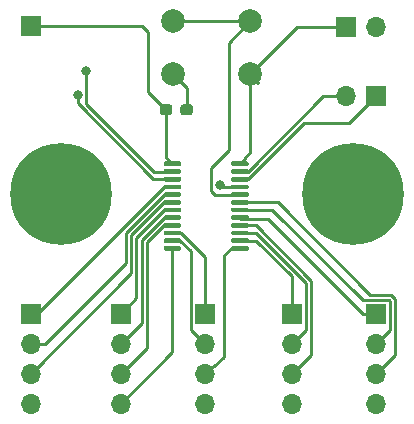
<source format=gbr>
%TF.GenerationSoftware,KiCad,Pcbnew,(5.1.6)-1*%
%TF.CreationDate,2020-09-04T22:07:04+02:00*%
%TF.ProjectId,gpioexpander,6770696f-6578-4706-916e-6465722e6b69,rev?*%
%TF.SameCoordinates,Original*%
%TF.FileFunction,Copper,L1,Top*%
%TF.FilePolarity,Positive*%
%FSLAX46Y46*%
G04 Gerber Fmt 4.6, Leading zero omitted, Abs format (unit mm)*
G04 Created by KiCad (PCBNEW (5.1.6)-1) date 2020-09-04 22:07:04*
%MOMM*%
%LPD*%
G01*
G04 APERTURE LIST*
%TA.AperFunction,ComponentPad*%
%ADD10C,0.900000*%
%TD*%
%TA.AperFunction,ComponentPad*%
%ADD11C,8.600000*%
%TD*%
%TA.AperFunction,ComponentPad*%
%ADD12R,1.700000X1.700000*%
%TD*%
%TA.AperFunction,ComponentPad*%
%ADD13O,1.700000X1.700000*%
%TD*%
%TA.AperFunction,ComponentPad*%
%ADD14C,2.000000*%
%TD*%
%TA.AperFunction,ViaPad*%
%ADD15C,0.800000*%
%TD*%
%TA.AperFunction,Conductor*%
%ADD16C,0.250000*%
%TD*%
G04 APERTURE END LIST*
%TO.P,U1,24*%
%TO.N,+3V3*%
%TA.AperFunction,SMDPad,CuDef*%
G36*
G01*
X122394000Y-69950000D02*
X122394000Y-69750000D01*
G75*
G02*
X122494000Y-69650000I100000J0D01*
G01*
X123769000Y-69650000D01*
G75*
G02*
X123869000Y-69750000I0J-100000D01*
G01*
X123869000Y-69950000D01*
G75*
G02*
X123769000Y-70050000I-100000J0D01*
G01*
X122494000Y-70050000D01*
G75*
G02*
X122394000Y-69950000I0J100000D01*
G01*
G37*
%TD.AperFunction*%
%TO.P,U1,23*%
%TO.N,Net-(J2-Pad2)*%
%TA.AperFunction,SMDPad,CuDef*%
G36*
G01*
X122394000Y-70600000D02*
X122394000Y-70400000D01*
G75*
G02*
X122494000Y-70300000I100000J0D01*
G01*
X123769000Y-70300000D01*
G75*
G02*
X123869000Y-70400000I0J-100000D01*
G01*
X123869000Y-70600000D01*
G75*
G02*
X123769000Y-70700000I-100000J0D01*
G01*
X122494000Y-70700000D01*
G75*
G02*
X122394000Y-70600000I0J100000D01*
G01*
G37*
%TD.AperFunction*%
%TO.P,U1,22*%
%TO.N,Net-(J2-Pad1)*%
%TA.AperFunction,SMDPad,CuDef*%
G36*
G01*
X122394000Y-71250000D02*
X122394000Y-71050000D01*
G75*
G02*
X122494000Y-70950000I100000J0D01*
G01*
X123769000Y-70950000D01*
G75*
G02*
X123869000Y-71050000I0J-100000D01*
G01*
X123869000Y-71250000D01*
G75*
G02*
X123769000Y-71350000I-100000J0D01*
G01*
X122494000Y-71350000D01*
G75*
G02*
X122394000Y-71250000I0J100000D01*
G01*
G37*
%TD.AperFunction*%
%TO.P,U1,21*%
%TO.N,/A0*%
%TA.AperFunction,SMDPad,CuDef*%
G36*
G01*
X122394000Y-71900000D02*
X122394000Y-71700000D01*
G75*
G02*
X122494000Y-71600000I100000J0D01*
G01*
X123769000Y-71600000D01*
G75*
G02*
X123869000Y-71700000I0J-100000D01*
G01*
X123869000Y-71900000D01*
G75*
G02*
X123769000Y-72000000I-100000J0D01*
G01*
X122494000Y-72000000D01*
G75*
G02*
X122394000Y-71900000I0J100000D01*
G01*
G37*
%TD.AperFunction*%
%TO.P,U1,20*%
%TO.N,Net-(R1-Pad1)*%
%TA.AperFunction,SMDPad,CuDef*%
G36*
G01*
X122394000Y-72550000D02*
X122394000Y-72350000D01*
G75*
G02*
X122494000Y-72250000I100000J0D01*
G01*
X123769000Y-72250000D01*
G75*
G02*
X123869000Y-72350000I0J-100000D01*
G01*
X123869000Y-72550000D01*
G75*
G02*
X123769000Y-72650000I-100000J0D01*
G01*
X122494000Y-72650000D01*
G75*
G02*
X122394000Y-72550000I0J100000D01*
G01*
G37*
%TD.AperFunction*%
%TO.P,U1,19*%
%TO.N,Net-(J7-Pad3)*%
%TA.AperFunction,SMDPad,CuDef*%
G36*
G01*
X122394000Y-73200000D02*
X122394000Y-73000000D01*
G75*
G02*
X122494000Y-72900000I100000J0D01*
G01*
X123769000Y-72900000D01*
G75*
G02*
X123869000Y-73000000I0J-100000D01*
G01*
X123869000Y-73200000D01*
G75*
G02*
X123769000Y-73300000I-100000J0D01*
G01*
X122494000Y-73300000D01*
G75*
G02*
X122394000Y-73200000I0J100000D01*
G01*
G37*
%TD.AperFunction*%
%TO.P,U1,18*%
%TO.N,Net-(J7-Pad2)*%
%TA.AperFunction,SMDPad,CuDef*%
G36*
G01*
X122394000Y-73850000D02*
X122394000Y-73650000D01*
G75*
G02*
X122494000Y-73550000I100000J0D01*
G01*
X123769000Y-73550000D01*
G75*
G02*
X123869000Y-73650000I0J-100000D01*
G01*
X123869000Y-73850000D01*
G75*
G02*
X123769000Y-73950000I-100000J0D01*
G01*
X122494000Y-73950000D01*
G75*
G02*
X122394000Y-73850000I0J100000D01*
G01*
G37*
%TD.AperFunction*%
%TO.P,U1,17*%
%TO.N,Net-(J7-Pad1)*%
%TA.AperFunction,SMDPad,CuDef*%
G36*
G01*
X122394000Y-74500000D02*
X122394000Y-74300000D01*
G75*
G02*
X122494000Y-74200000I100000J0D01*
G01*
X123769000Y-74200000D01*
G75*
G02*
X123869000Y-74300000I0J-100000D01*
G01*
X123869000Y-74500000D01*
G75*
G02*
X123769000Y-74600000I-100000J0D01*
G01*
X122494000Y-74600000D01*
G75*
G02*
X122394000Y-74500000I0J100000D01*
G01*
G37*
%TD.AperFunction*%
%TO.P,U1,16*%
%TO.N,Net-(J6-Pad3)*%
%TA.AperFunction,SMDPad,CuDef*%
G36*
G01*
X122394000Y-75150000D02*
X122394000Y-74950000D01*
G75*
G02*
X122494000Y-74850000I100000J0D01*
G01*
X123769000Y-74850000D01*
G75*
G02*
X123869000Y-74950000I0J-100000D01*
G01*
X123869000Y-75150000D01*
G75*
G02*
X123769000Y-75250000I-100000J0D01*
G01*
X122494000Y-75250000D01*
G75*
G02*
X122394000Y-75150000I0J100000D01*
G01*
G37*
%TD.AperFunction*%
%TO.P,U1,15*%
%TO.N,Net-(J6-Pad2)*%
%TA.AperFunction,SMDPad,CuDef*%
G36*
G01*
X122394000Y-75800000D02*
X122394000Y-75600000D01*
G75*
G02*
X122494000Y-75500000I100000J0D01*
G01*
X123769000Y-75500000D01*
G75*
G02*
X123869000Y-75600000I0J-100000D01*
G01*
X123869000Y-75800000D01*
G75*
G02*
X123769000Y-75900000I-100000J0D01*
G01*
X122494000Y-75900000D01*
G75*
G02*
X122394000Y-75800000I0J100000D01*
G01*
G37*
%TD.AperFunction*%
%TO.P,U1,14*%
%TO.N,Net-(J6-Pad1)*%
%TA.AperFunction,SMDPad,CuDef*%
G36*
G01*
X122394000Y-76450000D02*
X122394000Y-76250000D01*
G75*
G02*
X122494000Y-76150000I100000J0D01*
G01*
X123769000Y-76150000D01*
G75*
G02*
X123869000Y-76250000I0J-100000D01*
G01*
X123869000Y-76450000D01*
G75*
G02*
X123769000Y-76550000I-100000J0D01*
G01*
X122494000Y-76550000D01*
G75*
G02*
X122394000Y-76450000I0J100000D01*
G01*
G37*
%TD.AperFunction*%
%TO.P,U1,13*%
%TO.N,Net-(J5-Pad3)*%
%TA.AperFunction,SMDPad,CuDef*%
G36*
G01*
X122394000Y-77100000D02*
X122394000Y-76900000D01*
G75*
G02*
X122494000Y-76800000I100000J0D01*
G01*
X123769000Y-76800000D01*
G75*
G02*
X123869000Y-76900000I0J-100000D01*
G01*
X123869000Y-77100000D01*
G75*
G02*
X123769000Y-77200000I-100000J0D01*
G01*
X122494000Y-77200000D01*
G75*
G02*
X122394000Y-77100000I0J100000D01*
G01*
G37*
%TD.AperFunction*%
%TO.P,U1,12*%
%TO.N,GND*%
%TA.AperFunction,SMDPad,CuDef*%
G36*
G01*
X116669000Y-77100000D02*
X116669000Y-76900000D01*
G75*
G02*
X116769000Y-76800000I100000J0D01*
G01*
X118044000Y-76800000D01*
G75*
G02*
X118144000Y-76900000I0J-100000D01*
G01*
X118144000Y-77100000D01*
G75*
G02*
X118044000Y-77200000I-100000J0D01*
G01*
X116769000Y-77200000D01*
G75*
G02*
X116669000Y-77100000I0J100000D01*
G01*
G37*
%TD.AperFunction*%
%TO.P,U1,11*%
%TO.N,Net-(J5-Pad2)*%
%TA.AperFunction,SMDPad,CuDef*%
G36*
G01*
X116669000Y-76450000D02*
X116669000Y-76250000D01*
G75*
G02*
X116769000Y-76150000I100000J0D01*
G01*
X118044000Y-76150000D01*
G75*
G02*
X118144000Y-76250000I0J-100000D01*
G01*
X118144000Y-76450000D01*
G75*
G02*
X118044000Y-76550000I-100000J0D01*
G01*
X116769000Y-76550000D01*
G75*
G02*
X116669000Y-76450000I0J100000D01*
G01*
G37*
%TD.AperFunction*%
%TO.P,U1,10*%
%TO.N,Net-(J5-Pad1)*%
%TA.AperFunction,SMDPad,CuDef*%
G36*
G01*
X116669000Y-75800000D02*
X116669000Y-75600000D01*
G75*
G02*
X116769000Y-75500000I100000J0D01*
G01*
X118044000Y-75500000D01*
G75*
G02*
X118144000Y-75600000I0J-100000D01*
G01*
X118144000Y-75800000D01*
G75*
G02*
X118044000Y-75900000I-100000J0D01*
G01*
X116769000Y-75900000D01*
G75*
G02*
X116669000Y-75800000I0J100000D01*
G01*
G37*
%TD.AperFunction*%
%TO.P,U1,9*%
%TO.N,Net-(J4-Pad3)*%
%TA.AperFunction,SMDPad,CuDef*%
G36*
G01*
X116669000Y-75150000D02*
X116669000Y-74950000D01*
G75*
G02*
X116769000Y-74850000I100000J0D01*
G01*
X118044000Y-74850000D01*
G75*
G02*
X118144000Y-74950000I0J-100000D01*
G01*
X118144000Y-75150000D01*
G75*
G02*
X118044000Y-75250000I-100000J0D01*
G01*
X116769000Y-75250000D01*
G75*
G02*
X116669000Y-75150000I0J100000D01*
G01*
G37*
%TD.AperFunction*%
%TO.P,U1,8*%
%TO.N,Net-(J4-Pad2)*%
%TA.AperFunction,SMDPad,CuDef*%
G36*
G01*
X116669000Y-74500000D02*
X116669000Y-74300000D01*
G75*
G02*
X116769000Y-74200000I100000J0D01*
G01*
X118044000Y-74200000D01*
G75*
G02*
X118144000Y-74300000I0J-100000D01*
G01*
X118144000Y-74500000D01*
G75*
G02*
X118044000Y-74600000I-100000J0D01*
G01*
X116769000Y-74600000D01*
G75*
G02*
X116669000Y-74500000I0J100000D01*
G01*
G37*
%TD.AperFunction*%
%TO.P,U1,7*%
%TO.N,Net-(J4-Pad1)*%
%TA.AperFunction,SMDPad,CuDef*%
G36*
G01*
X116669000Y-73850000D02*
X116669000Y-73650000D01*
G75*
G02*
X116769000Y-73550000I100000J0D01*
G01*
X118044000Y-73550000D01*
G75*
G02*
X118144000Y-73650000I0J-100000D01*
G01*
X118144000Y-73850000D01*
G75*
G02*
X118044000Y-73950000I-100000J0D01*
G01*
X116769000Y-73950000D01*
G75*
G02*
X116669000Y-73850000I0J100000D01*
G01*
G37*
%TD.AperFunction*%
%TO.P,U1,6*%
%TO.N,Net-(J3-Pad3)*%
%TA.AperFunction,SMDPad,CuDef*%
G36*
G01*
X116669000Y-73200000D02*
X116669000Y-73000000D01*
G75*
G02*
X116769000Y-72900000I100000J0D01*
G01*
X118044000Y-72900000D01*
G75*
G02*
X118144000Y-73000000I0J-100000D01*
G01*
X118144000Y-73200000D01*
G75*
G02*
X118044000Y-73300000I-100000J0D01*
G01*
X116769000Y-73300000D01*
G75*
G02*
X116669000Y-73200000I0J100000D01*
G01*
G37*
%TD.AperFunction*%
%TO.P,U1,5*%
%TO.N,Net-(J3-Pad2)*%
%TA.AperFunction,SMDPad,CuDef*%
G36*
G01*
X116669000Y-72550000D02*
X116669000Y-72350000D01*
G75*
G02*
X116769000Y-72250000I100000J0D01*
G01*
X118044000Y-72250000D01*
G75*
G02*
X118144000Y-72350000I0J-100000D01*
G01*
X118144000Y-72550000D01*
G75*
G02*
X118044000Y-72650000I-100000J0D01*
G01*
X116769000Y-72650000D01*
G75*
G02*
X116669000Y-72550000I0J100000D01*
G01*
G37*
%TD.AperFunction*%
%TO.P,U1,4*%
%TO.N,Net-(J3-Pad1)*%
%TA.AperFunction,SMDPad,CuDef*%
G36*
G01*
X116669000Y-71900000D02*
X116669000Y-71700000D01*
G75*
G02*
X116769000Y-71600000I100000J0D01*
G01*
X118044000Y-71600000D01*
G75*
G02*
X118144000Y-71700000I0J-100000D01*
G01*
X118144000Y-71900000D01*
G75*
G02*
X118044000Y-72000000I-100000J0D01*
G01*
X116769000Y-72000000D01*
G75*
G02*
X116669000Y-71900000I0J100000D01*
G01*
G37*
%TD.AperFunction*%
%TO.P,U1,3*%
%TO.N,/A2*%
%TA.AperFunction,SMDPad,CuDef*%
G36*
G01*
X116669000Y-71250000D02*
X116669000Y-71050000D01*
G75*
G02*
X116769000Y-70950000I100000J0D01*
G01*
X118044000Y-70950000D01*
G75*
G02*
X118144000Y-71050000I0J-100000D01*
G01*
X118144000Y-71250000D01*
G75*
G02*
X118044000Y-71350000I-100000J0D01*
G01*
X116769000Y-71350000D01*
G75*
G02*
X116669000Y-71250000I0J100000D01*
G01*
G37*
%TD.AperFunction*%
%TO.P,U1,2*%
%TO.N,/A1*%
%TA.AperFunction,SMDPad,CuDef*%
G36*
G01*
X116669000Y-70600000D02*
X116669000Y-70400000D01*
G75*
G02*
X116769000Y-70300000I100000J0D01*
G01*
X118044000Y-70300000D01*
G75*
G02*
X118144000Y-70400000I0J-100000D01*
G01*
X118144000Y-70600000D01*
G75*
G02*
X118044000Y-70700000I-100000J0D01*
G01*
X116769000Y-70700000D01*
G75*
G02*
X116669000Y-70600000I0J100000D01*
G01*
G37*
%TD.AperFunction*%
%TO.P,U1,1*%
%TO.N,Net-(J8-Pad1)*%
%TA.AperFunction,SMDPad,CuDef*%
G36*
G01*
X116669000Y-69950000D02*
X116669000Y-69750000D01*
G75*
G02*
X116769000Y-69650000I100000J0D01*
G01*
X118044000Y-69650000D01*
G75*
G02*
X118144000Y-69750000I0J-100000D01*
G01*
X118144000Y-69950000D01*
G75*
G02*
X118044000Y-70050000I-100000J0D01*
G01*
X116769000Y-70050000D01*
G75*
G02*
X116669000Y-69950000I0J100000D01*
G01*
G37*
%TD.AperFunction*%
%TD*%
D10*
%TO.P,H2,1*%
%TO.N,GND*%
X110230419Y-70109581D03*
X107950000Y-69165000D03*
X105669581Y-70109581D03*
X104725000Y-72390000D03*
X105669581Y-74670419D03*
X107950000Y-75615000D03*
X110230419Y-74670419D03*
X111175000Y-72390000D03*
D11*
X107950000Y-72390000D03*
%TD*%
D10*
%TO.P,H1,1*%
%TO.N,GND*%
X134995419Y-70109581D03*
X132715000Y-69165000D03*
X130434581Y-70109581D03*
X129490000Y-72390000D03*
X130434581Y-74670419D03*
X132715000Y-75615000D03*
X134995419Y-74670419D03*
X135940000Y-72390000D03*
D11*
X132715000Y-72390000D03*
%TD*%
%TO.P,R2,2*%
%TO.N,+3V3*%
%TA.AperFunction,SMDPad,CuDef*%
G36*
G01*
X118093000Y-65515500D02*
X118093000Y-65040500D01*
G75*
G02*
X118330500Y-64803000I237500J0D01*
G01*
X118905500Y-64803000D01*
G75*
G02*
X119143000Y-65040500I0J-237500D01*
G01*
X119143000Y-65515500D01*
G75*
G02*
X118905500Y-65753000I-237500J0D01*
G01*
X118330500Y-65753000D01*
G75*
G02*
X118093000Y-65515500I0J237500D01*
G01*
G37*
%TD.AperFunction*%
%TO.P,R2,1*%
%TO.N,Net-(J8-Pad1)*%
%TA.AperFunction,SMDPad,CuDef*%
G36*
G01*
X116343000Y-65515500D02*
X116343000Y-65040500D01*
G75*
G02*
X116580500Y-64803000I237500J0D01*
G01*
X117155500Y-64803000D01*
G75*
G02*
X117393000Y-65040500I0J-237500D01*
G01*
X117393000Y-65515500D01*
G75*
G02*
X117155500Y-65753000I-237500J0D01*
G01*
X116580500Y-65753000D01*
G75*
G02*
X116343000Y-65515500I0J237500D01*
G01*
G37*
%TD.AperFunction*%
%TD*%
D12*
%TO.P,J8,1*%
%TO.N,Net-(J8-Pad1)*%
X105410000Y-58166000D03*
%TD*%
D13*
%TO.P,J1,2*%
%TO.N,GND*%
X134620000Y-58293000D03*
D12*
%TO.P,J1,1*%
%TO.N,+3V3*%
X132080000Y-58293000D03*
%TD*%
D14*
%TO.P,SW1,1*%
%TO.N,Net-(R1-Pad1)*%
X123975000Y-57785000D03*
%TO.P,SW1,2*%
%TO.N,+3V3*%
X123975000Y-62285000D03*
%TO.P,SW1,1*%
%TO.N,Net-(R1-Pad1)*%
X117475000Y-57785000D03*
%TO.P,SW1,2*%
%TO.N,+3V3*%
X117475000Y-62285000D03*
%TD*%
D13*
%TO.P,J7,4*%
%TO.N,GND*%
X134620000Y-90170000D03*
%TO.P,J7,3*%
%TO.N,Net-(J7-Pad3)*%
X134620000Y-87630000D03*
%TO.P,J7,2*%
%TO.N,Net-(J7-Pad2)*%
X134620000Y-85090000D03*
D12*
%TO.P,J7,1*%
%TO.N,Net-(J7-Pad1)*%
X134620000Y-82550000D03*
%TD*%
D13*
%TO.P,J6,4*%
%TO.N,GND*%
X127508000Y-90170000D03*
%TO.P,J6,3*%
%TO.N,Net-(J6-Pad3)*%
X127508000Y-87630000D03*
%TO.P,J6,2*%
%TO.N,Net-(J6-Pad2)*%
X127508000Y-85090000D03*
D12*
%TO.P,J6,1*%
%TO.N,Net-(J6-Pad1)*%
X127508000Y-82550000D03*
%TD*%
D13*
%TO.P,J5,4*%
%TO.N,GND*%
X120142000Y-90170000D03*
%TO.P,J5,3*%
%TO.N,Net-(J5-Pad3)*%
X120142000Y-87630000D03*
%TO.P,J5,2*%
%TO.N,Net-(J5-Pad2)*%
X120142000Y-85090000D03*
D12*
%TO.P,J5,1*%
%TO.N,Net-(J5-Pad1)*%
X120142000Y-82550000D03*
%TD*%
D13*
%TO.P,J4,4*%
%TO.N,GND*%
X113030000Y-90170000D03*
%TO.P,J4,3*%
%TO.N,Net-(J4-Pad3)*%
X113030000Y-87630000D03*
%TO.P,J4,2*%
%TO.N,Net-(J4-Pad2)*%
X113030000Y-85090000D03*
D12*
%TO.P,J4,1*%
%TO.N,Net-(J4-Pad1)*%
X113030000Y-82550000D03*
%TD*%
D13*
%TO.P,J3,4*%
%TO.N,GND*%
X105410000Y-90170000D03*
%TO.P,J3,3*%
%TO.N,Net-(J3-Pad3)*%
X105410000Y-87630000D03*
%TO.P,J3,2*%
%TO.N,Net-(J3-Pad2)*%
X105410000Y-85090000D03*
D12*
%TO.P,J3,1*%
%TO.N,Net-(J3-Pad1)*%
X105410000Y-82550000D03*
%TD*%
D13*
%TO.P,J2,2*%
%TO.N,Net-(J2-Pad2)*%
X132080000Y-64135000D03*
D12*
%TO.P,J2,1*%
%TO.N,Net-(J2-Pad1)*%
X134620000Y-64135000D03*
%TD*%
D15*
%TO.N,/A0*%
X121412000Y-71664990D03*
%TO.N,/A2*%
X109383990Y-64008000D03*
%TO.N,/A1*%
X110109000Y-61976000D03*
%TD*%
D16*
%TO.N,+3V3*%
X124675000Y-62985000D02*
X123975000Y-62285000D01*
X127967000Y-58293000D02*
X123975000Y-62285000D01*
X132334000Y-58293000D02*
X127967000Y-58293000D01*
X123975000Y-68834000D02*
X123131500Y-69850000D01*
X123975000Y-62285000D02*
X123975000Y-68834000D01*
X118618000Y-63428000D02*
X117475000Y-62285000D01*
X118618000Y-65278000D02*
X118618000Y-63428000D01*
%TO.N,Net-(J2-Pad2)*%
X123820058Y-70500000D02*
X123131500Y-70500000D01*
X132080000Y-64135000D02*
X130185058Y-64135000D01*
X130185058Y-64135000D02*
X123820058Y-70500000D01*
%TO.N,Net-(J2-Pad1)*%
X134620000Y-64135000D02*
X132334000Y-66421000D01*
X123820058Y-71150000D02*
X123131500Y-71150000D01*
X128549058Y-66421000D02*
X123820058Y-71150000D01*
X132334000Y-66421000D02*
X128549058Y-66421000D01*
%TO.N,GND*%
X117406500Y-85793500D02*
X113030000Y-90170000D01*
X117406500Y-77000000D02*
X117406500Y-85793500D01*
%TO.N,Net-(R1-Pad1)*%
X117475000Y-57785000D02*
X123975000Y-57785000D01*
X122234000Y-72450000D02*
X123131500Y-72450000D01*
X122167000Y-72517000D02*
X122234000Y-72450000D01*
X122174000Y-59586000D02*
X122174000Y-68707000D01*
X120650000Y-70231000D02*
X120650000Y-72136000D01*
X122174000Y-68707000D02*
X120650000Y-70231000D01*
X121031000Y-72517000D02*
X122167000Y-72517000D01*
X123975000Y-57785000D02*
X122174000Y-59586000D01*
X120650000Y-72136000D02*
X121031000Y-72517000D01*
%TO.N,Net-(J7-Pad3)*%
X136245011Y-86004989D02*
X134620000Y-87630000D01*
X136245011Y-81253599D02*
X136245011Y-86004989D01*
X135916402Y-80924990D02*
X136245011Y-81253599D01*
X134137989Y-80924989D02*
X135916402Y-80924990D01*
X126313000Y-73100000D02*
X134137989Y-80924989D01*
X123131500Y-73100000D02*
X126313000Y-73100000D01*
%TO.N,Net-(J7-Pad2)*%
X135795001Y-83914999D02*
X134620000Y-85090000D01*
X135795001Y-81439999D02*
X135795001Y-83914999D01*
X135730001Y-81374999D02*
X135795001Y-81439999D01*
X125885000Y-73750000D02*
X133509999Y-81374999D01*
X133509999Y-81374999D02*
X135730001Y-81374999D01*
X123131500Y-73750000D02*
X125885000Y-73750000D01*
%TO.N,Net-(J7-Pad1)*%
X133520000Y-82550000D02*
X134620000Y-82550000D01*
X125494990Y-74524990D02*
X133520000Y-82550000D01*
X123165990Y-74524990D02*
X125494990Y-74524990D01*
X123131500Y-74490500D02*
X123165990Y-74524990D01*
X123131500Y-74400000D02*
X123131500Y-74490500D01*
%TO.N,Net-(J6-Pad3)*%
X129133011Y-86004989D02*
X127508000Y-87630000D01*
X129133011Y-79727191D02*
X129133011Y-86004989D01*
X124455820Y-75050000D02*
X129133011Y-79727191D01*
X123131500Y-75050000D02*
X124455820Y-75050000D01*
%TO.N,Net-(J6-Pad2)*%
X124469410Y-75700000D02*
X123131500Y-75700000D01*
X128683001Y-79913591D02*
X124469410Y-75700000D01*
X128683001Y-83914999D02*
X128683001Y-79913591D01*
X127508000Y-85090000D02*
X128683001Y-83914999D01*
%TO.N,Net-(J6-Pad1)*%
X123131500Y-76350000D02*
X124483000Y-76350000D01*
X127508000Y-79375000D02*
X127508000Y-82550000D01*
X124483000Y-76350000D02*
X127508000Y-79375000D01*
%TO.N,Net-(J5-Pad3)*%
X121793000Y-77597000D02*
X122382127Y-77043127D01*
X120142000Y-87630000D02*
X121793000Y-86233000D01*
X122382127Y-77043127D02*
X123131500Y-77000000D01*
X121793000Y-86233000D02*
X121793000Y-77597000D01*
%TO.N,Net-(J5-Pad2)*%
X117406500Y-76350000D02*
X116840000Y-76350000D01*
X118966999Y-83914999D02*
X120142000Y-85090000D01*
X118966999Y-77221941D02*
X118966999Y-83914999D01*
X118095058Y-76350000D02*
X118966999Y-77221941D01*
X117406500Y-76350000D02*
X118095058Y-76350000D01*
%TO.N,Net-(J5-Pad1)*%
X120142000Y-77698000D02*
X120142000Y-82550000D01*
X118144000Y-75700000D02*
X120142000Y-77698000D01*
X117406500Y-75700000D02*
X118144000Y-75700000D01*
%TO.N,Net-(J4-Pad3)*%
X115258010Y-76460990D02*
X115258010Y-85401990D01*
X115258010Y-85401990D02*
X113030000Y-87630000D01*
X116669000Y-75050000D02*
X115258010Y-76460990D01*
X117406500Y-75050000D02*
X116669000Y-75050000D01*
%TO.N,Net-(J4-Pad2)*%
X116682590Y-74400000D02*
X117406500Y-74400000D01*
X114808000Y-83312000D02*
X114808001Y-76274589D01*
X114808001Y-76274589D02*
X116682590Y-74400000D01*
X113030000Y-85090000D02*
X114808000Y-83312000D01*
%TO.N,Net-(J4-Pad1)*%
X114357983Y-76088197D02*
X116696180Y-73750000D01*
X116696180Y-73750000D02*
X117406500Y-73750000D01*
X114357983Y-81222017D02*
X114357983Y-76088197D01*
X113030000Y-82550000D02*
X114357983Y-81222017D01*
%TO.N,Net-(J3-Pad3)*%
X116709770Y-73100000D02*
X117406500Y-73100000D01*
X113907973Y-75901797D02*
X116709770Y-73100000D01*
X113907974Y-79132026D02*
X113907973Y-75901797D01*
X105410000Y-87630000D02*
X113907974Y-79132026D01*
%TO.N,Net-(J3-Pad2)*%
X116717942Y-72450000D02*
X117406500Y-72450000D01*
X113457965Y-75709977D02*
X116717942Y-72450000D01*
X113457965Y-78244117D02*
X113457965Y-75709977D01*
X106612081Y-85090000D02*
X113457965Y-78244117D01*
X105410000Y-85090000D02*
X106612081Y-85090000D01*
%TO.N,Net-(J3-Pad1)*%
X116717942Y-71800000D02*
X117406500Y-71800000D01*
X105967942Y-82550000D02*
X116717942Y-71800000D01*
X105410000Y-82550000D02*
X105967942Y-82550000D01*
%TO.N,Net-(J8-Pad1)*%
X116868000Y-69311500D02*
X117406500Y-69850000D01*
X114808000Y-58166000D02*
X115316000Y-58674000D01*
X105410000Y-58166000D02*
X114808000Y-58166000D01*
X115316000Y-58674000D02*
X115316000Y-63726000D01*
X115316000Y-63726000D02*
X116868000Y-65278000D01*
X116868000Y-65278000D02*
X116868000Y-69311500D01*
%TO.N,/A0*%
X121547010Y-71800000D02*
X123131500Y-71800000D01*
X121412000Y-71664990D02*
X121547010Y-71800000D01*
%TO.N,/A2*%
X117406500Y-71150000D02*
X115809766Y-71150000D01*
X109383990Y-64724224D02*
X109383990Y-64008000D01*
X115809766Y-71150000D02*
X109383990Y-64724224D01*
%TO.N,/A1*%
X117406500Y-70500000D02*
X115839000Y-70500000D01*
X110109000Y-64770000D02*
X110109000Y-61976000D01*
X115839000Y-70500000D02*
X110109000Y-64770000D01*
%TD*%
M02*

</source>
